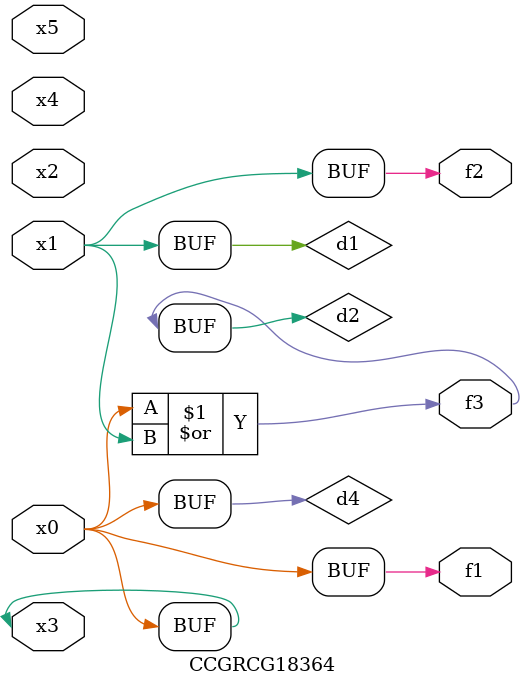
<source format=v>
module CCGRCG18364(
	input x0, x1, x2, x3, x4, x5,
	output f1, f2, f3
);

	wire d1, d2, d3, d4;

	and (d1, x1);
	or (d2, x0, x1);
	nand (d3, x0, x5);
	buf (d4, x0, x3);
	assign f1 = d4;
	assign f2 = d1;
	assign f3 = d2;
endmodule

</source>
